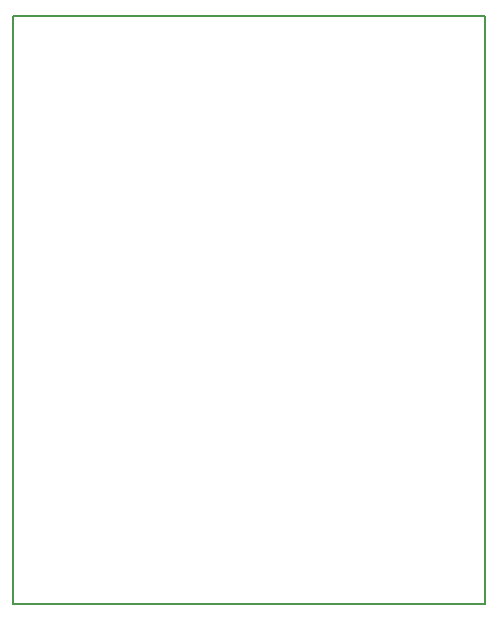
<source format=gbr>
%TF.GenerationSoftware,KiCad,Pcbnew,8.0.8-8.0.8-0~ubuntu24.04.1*%
%TF.CreationDate,2025-08-05T21:13:54-04:00*%
%TF.ProjectId,electronics,656c6563-7472-46f6-9e69-63732e6b6963,rev?*%
%TF.SameCoordinates,Original*%
%TF.FileFunction,Profile,NP*%
%FSLAX46Y46*%
G04 Gerber Fmt 4.6, Leading zero omitted, Abs format (unit mm)*
G04 Created by KiCad (PCBNEW 8.0.8-8.0.8-0~ubuntu24.04.1) date 2025-08-05 21:13:54*
%MOMM*%
%LPD*%
G01*
G04 APERTURE LIST*
%TA.AperFunction,Profile*%
%ADD10C,0.200000*%
%TD*%
G04 APERTURE END LIST*
D10*
X185090000Y-60010000D02*
X225090000Y-60010000D01*
X225090000Y-109800000D01*
X185090000Y-109800000D01*
X185090000Y-60010000D01*
M02*

</source>
